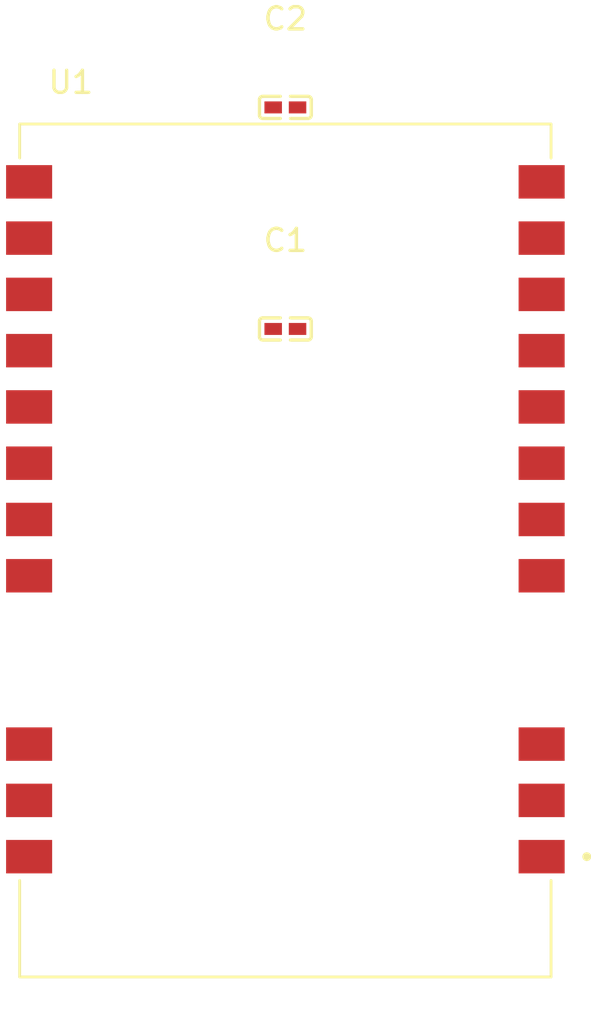
<source format=kicad_pcb>
(kicad_pcb (version 20241229) (generator "atopile") (generator_version "0.12.4")
  (layers (0 "F.Cu" signal) (31 "B.Cu" signal) (34 "B.Paste" user) (35 "F.Paste" user) (36 "B.SilkS" user "B.Silkscreen") (37 "F.SilkS" user "F.Silkscreen") (38 "B.Mask" user) (39 "F.Mask" user) (44 "Edge.Cuts" user))
  (net 0 "")
  (net 1 "nss-line")
  (net 2 "antenna-line")
  (net 3 "MOSI")
  (net 4 "busy-line")
  (net 5 "GND")
  (net 6 "VCC")
  (net 7 "reset-line")
  (net 8 "rxen-line")
  (net 9 "SCLK")
  (net 10 "dio2-line")
  (net 11 "MISO")
  (net 12 "txen-line")
  (net 13 "dio1-line")
  (footprint "E22-900M30S:E22-900M30S" (layer "F.Cu") (at 0 0 0)
    (property "Reference" "U1" (at -9.69 -21.135 0) (layer "F.SilkS") (hide no))
    (property "Value" "")
    (fp_line (start -12 -19.25) (end 12 -19.25) (stroke (width 0.127)) (layer "F.SilkS"))
    (fp_line (start -12 -17.715) (end -12 -19.25) (stroke (width 0.127)) (layer "F.SilkS"))
    (fp_line (start -12 19.25) (end -12 14.895) (stroke (width 0.127)) (layer "F.SilkS"))
    (fp_line (start 12 -19.25) (end 12 -17.715) (stroke (width 0.127)) (layer "F.SilkS"))
    (fp_line (start 12 19.25) (end -12 19.25) (stroke (width 0.127)) (layer "F.SilkS"))
    (fp_line (start 12 19.25) (end 12 14.895) (stroke (width 0.127)) (layer "F.SilkS"))
    (fp_circle (center 13.615 13.82) (end 13.715 13.82) (stroke (width 0.2)) (fill no) (layer "F.SilkS"))
    (pad "1" smd rect (at 11.575 13.82 0) (size 2.08 1.51) (layers "F.Cu" "F.Mask" "F.Paste") (net 5 "GND"))
    (pad "2" smd rect (at 11.575 11.28 0) (size 2.08 1.51) (layers "F.Cu" "F.Mask" "F.Paste") (net 5 "GND"))
    (pad "3" smd rect (at 11.575 8.74 0) (size 2.08 1.51) (layers "F.Cu" "F.Mask" "F.Paste") (net 5 "GND"))
    (pad "4" smd rect (at 11.575 1.14 0) (size 2.08 1.51) (layers "F.Cu" "F.Mask" "F.Paste") (net 5 "GND"))
    (pad "5" smd rect (at 11.575 -1.4 0) (size 2.08 1.51) (layers "F.Cu" "F.Mask" "F.Paste") (net 5 "GND"))
    (pad "6" smd rect (at 11.575 -3.94 0) (size 2.08 1.51) (layers "F.Cu" "F.Mask" "F.Paste") (net 8 "rxen-line"))
    (pad "7" smd rect (at 11.575 -6.48 0) (size 2.08 1.51) (layers "F.Cu" "F.Mask" "F.Paste") (net 12 "txen-line"))
    (pad "8" smd rect (at 11.575 -9.02 0) (size 2.08 1.51) (layers "F.Cu" "F.Mask" "F.Paste") (net 10 "dio2-line"))
    (pad "9" smd rect (at 11.575 -11.56 0) (size 2.08 1.51) (layers "F.Cu" "F.Mask" "F.Paste") (net 6 "VCC"))
    (pad "10" smd rect (at 11.575 -14.1 0) (size 2.08 1.51) (layers "F.Cu" "F.Mask" "F.Paste") (net 6 "VCC"))
    (pad "11" smd rect (at 11.575 -16.64 0) (size 2.08 1.51) (layers "F.Cu" "F.Mask" "F.Paste") (net 5 "GND"))
    (pad "12" smd rect (at -11.575 -16.64 0) (size 2.08 1.51) (layers "F.Cu" "F.Mask" "F.Paste") (net 5 "GND"))
    (pad "13" smd rect (at -11.575 -14.1 0) (size 2.08 1.51) (layers "F.Cu" "F.Mask" "F.Paste") (net 13 "dio1-line"))
    (pad "14" smd rect (at -11.575 -11.56 0) (size 2.08 1.51) (layers "F.Cu" "F.Mask" "F.Paste") (net 4 "busy-line"))
    (pad "15" smd rect (at -11.575 -9.02 0) (size 2.08 1.51) (layers "F.Cu" "F.Mask" "F.Paste") (net 7 "reset-line"))
    (pad "16" smd rect (at -11.575 -6.48 0) (size 2.08 1.51) (layers "F.Cu" "F.Mask" "F.Paste") (net 11 "MISO"))
    (pad "17" smd rect (at -11.575 -3.94 0) (size 2.08 1.51) (layers "F.Cu" "F.Mask" "F.Paste") (net 3 "MOSI"))
    (pad "18" smd rect (at -11.575 -1.4 0) (size 2.08 1.51) (layers "F.Cu" "F.Mask" "F.Paste") (net 9 "SCLK"))
    (pad "19" smd rect (at -11.575 1.14 0) (size 2.08 1.51) (layers "F.Cu" "F.Mask" "F.Paste") (net 1 "nss-line"))
    (pad "20" smd rect (at -11.575 8.74 0) (size 2.08 1.51) (layers "F.Cu" "F.Mask" "F.Paste") (net 5 "GND"))
    (pad "21" smd rect (at -11.575 11.28 0) (size 2.08 1.51) (layers "F.Cu" "F.Mask" "F.Paste") (net 2 "antenna-line"))
    (pad "22" smd rect (at -11.575 13.82 0) (size 2.08 1.51) (layers "F.Cu" "F.Mask" "F.Paste") (net 5 "GND"))
  )
  (footprint "FOJAN_FCC0402B104K160AT:C0402" (layer "F.Cu") (at 0 -10 0)
    (property "Reference" "C1" (at 0 -4 0) (layer "F.SilkS") (hide no))
    (property "Value" "100nF ±10% 16V X7R")
    (fp_line (start 1.02 -0.5) (end 0.23 -0.5) (stroke (width 0.15)) (layer "F.SilkS"))
    (fp_line (start 0.23 0.5) (end 1.02 0.5) (stroke (width 0.15)) (layer "F.SilkS"))
    (fp_line (start 1.17 0.35) (end 1.17 -0.35) (stroke (width 0.15)) (layer "F.SilkS"))
    (fp_line (start -1.02 -0.5) (end -0.23 -0.5) (stroke (width 0.15)) (layer "F.SilkS"))
    (fp_line (start -0.23 0.5) (end -1.02 0.5) (stroke (width 0.15)) (layer "F.SilkS"))
    (fp_line (start -1.17 0.35) (end -1.17 -0.35) (stroke (width 0.15)) (layer "F.SilkS"))
    (fp_arc (start 1.17 0.35) (mid 1.1260660171779822 0.456066017177982) (end 1.02 0.4999999999999999) (stroke (width 0.15)) (layer "F.SilkS"))
    (fp_arc (start 1.02 -0.5) (mid 1.1260660171779822 -0.4560660171779821) (end 1.17 -0.35) (stroke (width 0.15)) (layer "F.SilkS"))
    (fp_arc (start -1.17 0.35) (mid -1.1260660171779822 0.456066017177982) (end -1.02 0.4999999999999999) (stroke (width 0.15)) (layer "F.SilkS"))
    (fp_arc (start -1.02 -0.5) (mid -1.1260660171779822 -0.4560660171779821) (end -1.17 -0.35) (stroke (width 0.15)) (layer "F.SilkS"))
    (fp_text user "${REFERENCE}" (at 0 -4 0) (layer "F.SilkS"))
    (pad "2" smd rect (at 0.55 0 0) (size 0.79 0.54) (layers "F.Cu" "F.Paste" "F.Mask") (net 5 "GND"))
    (pad "1" smd rect (at -0.55 0 0) (size 0.79 0.54) (layers "F.Cu" "F.Paste" "F.Mask") (net 6 "VCC"))
  )
  (footprint "FOJAN_FCC0402B104K160AT:C0402" (layer "F.Cu") (at 0 -20 0)
    (property "Reference" "C2" (at 0 -4 0) (layer "F.SilkS") (hide no))
    (property "Value" "100nF ±10% 16V X7R")
    (fp_line (start 1.02 -0.5) (end 0.23 -0.5) (stroke (width 0.15)) (layer "F.SilkS"))
    (fp_line (start 0.23 0.5) (end 1.02 0.5) (stroke (width 0.15)) (layer "F.SilkS"))
    (fp_line (start 1.17 0.35) (end 1.17 -0.35) (stroke (width 0.15)) (layer "F.SilkS"))
    (fp_line (start -1.02 -0.5) (end -0.23 -0.5) (stroke (width 0.15)) (layer "F.SilkS"))
    (fp_line (start -0.23 0.5) (end -1.02 0.5) (stroke (width 0.15)) (layer "F.SilkS"))
    (fp_line (start -1.17 0.35) (end -1.17 -0.35) (stroke (width 0.15)) (layer "F.SilkS"))
    (fp_arc (start 1.17 0.35) (mid 1.1260660171779822 0.456066017177982) (end 1.02 0.4999999999999999) (stroke (width 0.15)) (layer "F.SilkS"))
    (fp_arc (start 1.02 -0.5) (mid 1.1260660171779822 -0.4560660171779821) (end 1.17 -0.35) (stroke (width 0.15)) (layer "F.SilkS"))
    (fp_arc (start -1.17 0.35) (mid -1.1260660171779822 0.456066017177982) (end -1.02 0.4999999999999999) (stroke (width 0.15)) (layer "F.SilkS"))
    (fp_arc (start -1.02 -0.5) (mid -1.1260660171779822 -0.4560660171779821) (end -1.17 -0.35) (stroke (width 0.15)) (layer "F.SilkS"))
    (fp_text user "${REFERENCE}" (at 0 -4 0) (layer "F.SilkS"))
    (pad "2" smd rect (at 0.55 0 0) (size 0.79 0.54) (layers "F.Cu" "F.Paste" "F.Mask") (net 5 "GND"))
    (pad "1" smd rect (at -0.55 0 0) (size 0.79 0.54) (layers "F.Cu" "F.Paste" "F.Mask") (net 6 "VCC"))
  )
)
</source>
